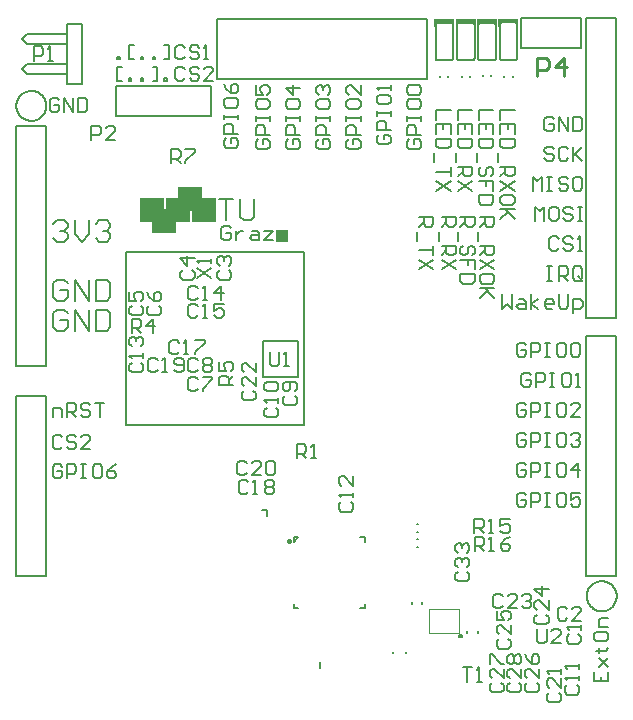
<source format=gbr>
%FSTAX23Y23*%
%MOMM*%
%SFA1B1*%

%IPPOS*%
%ADD10C,0.253999*%
%ADD40C,0.150000*%
%ADD113C,0.203200*%
%ADD114C,0.200000*%
%ADD115C,0.100000*%
%ADD116R,0.165100X0.584199*%
%ADD117R,1.701797X0.457199*%
%ADD118R,0.185400X0.650199*%
%ADD119R,1.999996X1.999996*%
%ADD120R,0.974998X1.024998*%
G54D10*
X23424Y15999D02*
D01*
X23424Y16006*
X23424Y16013*
X23422Y1602*
X23421Y16027*
X23418Y16034*
X23416Y1604*
X23413Y16046*
X23409Y16052*
X23405Y16058*
X23401Y16064*
X23396Y16069*
X23391Y16074*
X23386Y16078*
X2338Y16082*
X23374Y16086*
X23368Y16089*
X23362Y16092*
X23355Y16095*
X23349Y16097*
X23342Y16098*
X23335Y16099*
X23328Y16099*
X23321*
X23314Y16099*
X23307Y16098*
X233Y16097*
X23294Y16095*
X23287Y16092*
X23281Y16089*
X23274Y16086*
X23269Y16082*
X23263Y16078*
X23258Y16074*
X23253Y16069*
X23248Y16064*
X23244Y16058*
X2324Y16052*
X23236Y16046*
X23233Y1604*
X23231Y16034*
X23228Y16027*
X23227Y1602*
X23225Y16013*
X23225Y16006*
X23224Y15999*
X23225Y15993*
X23225Y15986*
X23227Y15979*
X23228Y15972*
X23231Y15965*
X23233Y15959*
X23236Y15953*
X2324Y15946*
X23244Y15941*
X23248Y15935*
X23253Y1593*
X23258Y15925*
X23263Y15921*
X23269Y15917*
X23274Y15913*
X23281Y1591*
X23287Y15907*
X23294Y15904*
X233Y15902*
X23307Y15901*
X23314Y159*
X23321Y159*
X23328*
X23335Y159*
X23342Y15901*
X23349Y15902*
X23355Y15904*
X23362Y15907*
X23368Y1591*
X23374Y15913*
X2338Y15917*
X23386Y15921*
X23391Y15925*
X23396Y1593*
X23401Y15935*
X23405Y15941*
X23409Y15946*
X23413Y15953*
X23416Y15959*
X23418Y15965*
X23421Y15972*
X23422Y15979*
X23424Y15986*
X23424Y15993*
X23424Y15999*
X44299Y55399D02*
Y56923D01*
X45061*
X45315Y56669*
Y56161*
X45061Y55907*
X44299*
X46585Y55399D02*
Y56923D01*
X45823Y56161*
X46839*
G54D40*
X21099Y32899D02*
X24099D01*
Y29899D02*
Y32899D01*
X21099Y29899D02*
X24099D01*
X21099D02*
Y32899D01*
X21499Y18124D02*
Y18624D01*
X20999D02*
X21499D01*
X09499Y40499D02*
X24599D01*
Y25824D02*
Y40499D01*
X09499Y25824D02*
X24599D01*
X09499Y30174D02*
Y40499D01*
Y25824D02*
Y30174D01*
X08774Y56774D02*
Y56974D01*
X08974*
Y56774*
X08774*
X10174D02*
X09774D01*
Y57974*
X10174*
X10774Y56774D02*
Y56974D01*
X10974*
Y56774*
X10774*
X11773D02*
Y56974D01*
X11973*
Y56774*
X11773*
X12773D02*
X13173D01*
Y57974*
X12773*
X09174Y54974D02*
X08774D01*
Y56174*
X09174*
X09774Y54974D02*
Y55174D01*
X09974*
Y54974*
X09774*
X10774D02*
Y55174D01*
X10974*
Y54974*
X10774*
X11773D02*
X12173D01*
Y56174*
X11773*
X12773Y54974D02*
Y55174D01*
X12973*
Y54974*
X12773*
X14499Y57774D02*
X14299Y57974D01*
X13899*
X13699Y57774*
Y56974*
X13899Y56774*
X14299*
X14499Y56974*
X15699Y57774D02*
X15499Y57974D01*
X15099*
X14899Y57774*
Y57574*
X15099Y57374*
X15499*
X15699Y57174*
Y56974*
X15499Y56774*
X15099*
X14899Y56974*
X16099Y56774D02*
X16499D01*
X16299*
Y57974*
X16099Y57774*
X14499Y55974D02*
X14299Y56174D01*
X13899*
X13699Y55974*
Y55174*
X13899Y54974*
X14299*
X14499Y55174*
X15699Y55974D02*
X15499Y56174D01*
X15099*
X14899Y55974*
Y55774*
X15099Y55574*
X15499*
X15699Y55374*
Y55174*
X15499Y54974*
X15099*
X14899Y55174*
X16898Y54974D02*
X16099D01*
X16898Y55774*
Y55974*
X16698Y56174*
X16299*
X16099Y55974*
X03374Y42857D02*
X03674Y43157D01*
X04274*
X04574Y42857*
Y42557*
X04274Y42257*
X03974*
X04274*
X04574Y41957*
Y41657*
X04274Y41357*
X03674*
X03374Y41657*
X05174Y43157D02*
Y41957D01*
X05774Y41357*
X06373Y41957*
Y43157*
X06973Y42857D02*
X07273Y43157D01*
X07873*
X08173Y42857*
Y42557*
X07873Y42257*
X07573*
X07873*
X08173Y41957*
Y41657*
X07873Y41357*
X07273*
X06973Y41657*
X04574Y37818D02*
X04274Y38118D01*
X03674*
X03374Y37818*
Y36619*
X03674Y36319*
X04274*
X04574Y36619*
Y37218*
X03974*
X05174Y36319D02*
Y38118D01*
X06373Y36319*
Y38118*
X06973D02*
Y36319D01*
X07873*
X08173Y36619*
Y37818*
X07873Y38118*
X06973*
X04574Y35299D02*
X04274Y35599D01*
X03674*
X03374Y35299*
Y34099*
X03674Y33799*
X04274*
X04574Y34099*
Y34699*
X03974*
X05174Y33799D02*
Y35599D01*
X06373Y33799*
Y35599*
X06973D02*
Y33799D01*
X07873*
X08173Y34099*
Y35299*
X07873Y35599*
X06973*
X18Y50099D02*
X178Y49899D01*
Y49499*
X18Y49299*
X188*
X18999Y49499*
Y49899*
X188Y50099*
X184*
Y49699*
X18999Y50499D02*
X178D01*
Y51099*
X18Y51299*
X184*
X186Y51099*
Y50499*
X178Y51699D02*
Y52099D01*
Y51899*
X18999*
Y51699*
Y52099*
X178Y53298D02*
Y52898D01*
X18Y52698*
X188*
X18999Y52898*
Y53298*
X188Y53498*
X18*
X178Y53298*
Y54698D02*
X18Y54298D01*
X184Y53898*
X188*
X18999Y54098*
Y54498*
X188Y54698*
X186*
X184Y54498*
Y53898*
X335Y49999D02*
X333Y49799D01*
Y49399*
X335Y49199*
X343*
X34499Y49399*
Y49799*
X343Y49999*
X339*
Y49599*
X34499Y50399D02*
X333D01*
Y50999*
X335Y51199*
X339*
X341Y50999*
Y50399*
X333Y51599D02*
Y51999D01*
Y51799*
X34499*
Y51599*
Y51999*
X333Y53198D02*
Y52798D01*
X335Y52598*
X343*
X34499Y52798*
Y53198*
X343Y53398*
X335*
X333Y53198*
X335Y53798D02*
X333Y53998D01*
Y54398*
X335Y54598*
X343*
X34499Y54398*
Y53998*
X343Y53798*
X335*
X3094Y50399D02*
X3074Y50199D01*
Y49799*
X3094Y49599*
X3174*
X31939Y49799*
Y50199*
X3174Y50399*
X3134*
Y49999*
X31939Y50799D02*
X3074D01*
Y51399*
X3094Y51599*
X3134*
X3154Y51399*
Y50799*
X3074Y51999D02*
Y52398D01*
Y52198*
X31939*
Y51999*
Y52398*
X3074Y53598D02*
Y53198D01*
X3094Y52998*
X3174*
X31939Y53198*
Y53598*
X3174Y53798*
X3094*
X3074Y53598*
X31939Y54198D02*
Y54598D01*
Y54398*
X3074*
X3094Y54198*
X2838Y49999D02*
X2818Y49799D01*
Y49399*
X2838Y49199*
X2918*
X29379Y49399*
Y49799*
X2918Y49999*
X2878*
Y49599*
X29379Y50399D02*
X2818D01*
Y50999*
X2838Y51199*
X2878*
X2898Y50999*
Y50399*
X2818Y51599D02*
Y51999D01*
Y51799*
X29379*
Y51599*
Y51999*
X2818Y53198D02*
Y52798D01*
X2838Y52598*
X2918*
X29379Y52798*
Y53198*
X2918Y53398*
X2838*
X2818Y53198*
X29379Y54598D02*
Y53798D01*
X2858Y54598*
X2838*
X2818Y54398*
Y53998*
X2838Y53798*
X2582Y49999D02*
X2562Y49799D01*
Y49399*
X2582Y49199*
X2662*
X26819Y49399*
Y49799*
X2662Y49999*
X2622*
Y49599*
X26819Y50399D02*
X2562D01*
Y50999*
X2582Y51199*
X2622*
X2642Y50999*
Y50399*
X2562Y51599D02*
Y51999D01*
Y51799*
X26819*
Y51599*
Y51999*
X2562Y53198D02*
Y52798D01*
X2582Y52598*
X2662*
X26819Y52798*
Y53198*
X2662Y53398*
X2582*
X2562Y53198*
X2582Y53798D02*
X2562Y53998D01*
Y54398*
X2582Y54598*
X2602*
X2622Y54398*
Y54198*
Y54398*
X2642Y54598*
X2662*
X26819Y54398*
Y53998*
X2662Y53798*
X2326Y49999D02*
X2306Y49799D01*
Y49399*
X2326Y49199*
X2406*
X24259Y49399*
Y49799*
X2406Y49999*
X2366*
Y49599*
X24259Y50399D02*
X2306D01*
Y50999*
X2326Y51199*
X2366*
X2386Y50999*
Y50399*
X2306Y51599D02*
Y51999D01*
Y51799*
X24259*
Y51599*
Y51999*
X2306Y53198D02*
Y52798D01*
X2326Y52598*
X2406*
X24259Y52798*
Y53198*
X2406Y53398*
X2326*
X2306Y53198*
X24259Y54398D02*
X2306D01*
X2366Y53798*
Y54598*
X207Y49999D02*
X205Y49799D01*
Y49399*
X207Y49199*
X215*
X21699Y49399*
Y49799*
X215Y49999*
X211*
Y49599*
X21699Y50399D02*
X205D01*
Y50999*
X207Y51199*
X211*
X213Y50999*
Y50399*
X205Y51599D02*
Y51999D01*
Y51799*
X21699*
Y51599*
Y51999*
X205Y53198D02*
Y52798D01*
X207Y52598*
X215*
X21699Y52798*
Y53198*
X215Y53398*
X207*
X205Y53198*
Y54598D02*
Y53798D01*
X211*
X209Y54198*
Y54398*
X211Y54598*
X215*
X21699Y54398*
Y53998*
X215Y53798*
X21699Y31999D02*
Y30999D01*
X21899Y30799*
X22299*
X22499Y30999*
Y31999*
X22899Y30799D02*
X23299D01*
X23099*
Y31999*
X22899Y31799*
X43399Y19899D02*
X43199Y20099D01*
X42799*
X42599Y19899*
Y19099*
X42799Y18899*
X43199*
X43399Y19099*
Y19499*
X42999*
X43799Y18899D02*
Y20099D01*
X44399*
X44599Y19899*
Y19499*
X44399Y19299*
X43799*
X44999Y20099D02*
X45399D01*
X45199*
Y18899*
X44999*
X45399*
X46598Y20099D02*
X46198D01*
X45998Y19899*
Y19099*
X46198Y18899*
X46598*
X46798Y19099*
Y19899*
X46598Y20099*
X47998D02*
X47198D01*
Y19499*
X47598Y19699*
X47798*
X47998Y19499*
Y19099*
X47798Y18899*
X47398*
X47198Y19099*
X43399Y22439D02*
X43199Y22639D01*
X42799*
X42599Y22439*
Y21639*
X42799Y21439*
X43199*
X43399Y21639*
Y22039*
X42999*
X43799Y21439D02*
Y22639D01*
X44399*
X44599Y22439*
Y22039*
X44399Y21839*
X43799*
X44999Y22639D02*
X45399D01*
X45199*
Y21439*
X44999*
X45399*
X46598Y22639D02*
X46198D01*
X45998Y22439*
Y21639*
X46198Y21439*
X46598*
X46798Y21639*
Y22439*
X46598Y22639*
X47798Y21439D02*
Y22639D01*
X47198Y22039*
X47998*
X43399Y24979D02*
X43199Y25179D01*
X42799*
X42599Y24979*
Y24179*
X42799Y23979*
X43199*
X43399Y24179*
Y24579*
X42999*
X43799Y23979D02*
Y25179D01*
X44399*
X44599Y24979*
Y24579*
X44399Y24379*
X43799*
X44999Y25179D02*
X45399D01*
X45199*
Y23979*
X44999*
X45399*
X46598Y25179D02*
X46198D01*
X45998Y24979*
Y24179*
X46198Y23979*
X46598*
X46798Y24179*
Y24979*
X46598Y25179*
X47198Y24979D02*
X47398Y25179D01*
X47798*
X47998Y24979*
Y24779*
X47798Y24579*
X47598*
X47798*
X47998Y24379*
Y24179*
X47798Y23979*
X47398*
X47198Y24179*
X43399Y27519D02*
X43199Y27719D01*
X42799*
X42599Y27519*
Y26719*
X42799Y26519*
X43199*
X43399Y26719*
Y27119*
X42999*
X43799Y26519D02*
Y27719D01*
X44399*
X44599Y27519*
Y27119*
X44399Y26919*
X43799*
X44999Y27719D02*
X45399D01*
X45199*
Y26519*
X44999*
X45399*
X46598Y27719D02*
X46198D01*
X45998Y27519*
Y26719*
X46198Y26519*
X46598*
X46798Y26719*
Y27519*
X46598Y27719*
X47998Y26519D02*
X47198D01*
X47998Y27319*
Y27519*
X47798Y27719*
X47398*
X47198Y27519*
X43799Y30059D02*
X43599Y30259D01*
X43199*
X42999Y30059*
Y29259*
X43199Y29059*
X43599*
X43799Y29259*
Y29659*
X43399*
X44199Y29059D02*
Y30259D01*
X44799*
X44999Y30059*
Y29659*
X44799Y29459*
X44199*
X45399Y30259D02*
X45798D01*
X45598*
Y29059*
X45399*
X45798*
X46998Y30259D02*
X46598D01*
X46398Y30059*
Y29259*
X46598Y29059*
X46998*
X47198Y29259*
Y30059*
X46998Y30259*
X47598Y29059D02*
X47998D01*
X47798*
Y30259*
X47598Y30059*
X43399Y32599D02*
X43199Y32799D01*
X42799*
X42599Y32599*
Y31799*
X42799Y31599*
X43199*
X43399Y31799*
Y32199*
X42999*
X43799Y31599D02*
Y32799D01*
X44399*
X44599Y32599*
Y32199*
X44399Y31999*
X43799*
X44999Y32799D02*
X45399D01*
X45199*
Y31599*
X44999*
X45399*
X46598Y32799D02*
X46198D01*
X45998Y32599*
Y31799*
X46198Y31599*
X46598*
X46798Y31799*
Y32599*
X46598Y32799*
X47198Y32599D02*
X47398Y32799D01*
X47798*
X47998Y32599*
Y31799*
X47798Y31599*
X47398*
X47198Y31799*
Y32599*
X39049Y15174D02*
Y16374D01*
X39649*
X39849Y16174*
Y15774*
X39649Y15574*
X39049*
X39449D02*
X39849Y15174D01*
X40249D02*
X40649D01*
X40449*
Y16374*
X40249Y16174*
X42048Y16374D02*
X41649Y16174D01*
X41249Y15774*
Y15374*
X41449Y15174*
X41849*
X42048Y15374*
Y15574*
X41849Y15774*
X41249*
X39024Y16674D02*
Y17874D01*
X39624*
X39824Y17674*
Y17274*
X39624Y17074*
X39024*
X39424D02*
X39824Y16674D01*
X40224D02*
X40624D01*
X40424*
Y17874*
X40224Y17674*
X42023Y17874D02*
X41224D01*
Y17274*
X41624Y17474*
X41824*
X42023Y17274*
Y16874*
X41824Y16674*
X41424*
X41224Y16874*
X376Y13399D02*
X374Y13199D01*
Y12799*
X376Y12599*
X384*
X38599Y12799*
Y13199*
X384Y13399*
X376Y13799D02*
X374Y13999D01*
Y14399*
X376Y14599*
X378*
X38Y14399*
Y14199*
Y14399*
X382Y14599*
X384*
X38599Y14399*
Y13999*
X384Y13799*
X376Y14999D02*
X374Y15199D01*
Y15598*
X376Y15798*
X378*
X38Y15598*
Y15399*
Y15598*
X382Y15798*
X384*
X38599Y15598*
Y15199*
X384Y14999*
X34324Y43399D02*
X35524D01*
Y428*
X35324Y426*
X34924*
X34724Y428*
Y43399*
Y43D02*
X34324Y426D01*
X34125Y422D02*
Y414D01*
X35524Y41D02*
Y402D01*
Y406*
X34324*
X35524Y39801D02*
X34324Y39001D01*
X35524D02*
X34324Y39801D01*
X37841Y43399D02*
X39041D01*
Y428*
X38841Y426*
X38441*
X38241Y428*
Y43399*
Y43D02*
X37841Y426D01*
X37641Y422D02*
Y414D01*
X38841Y402D02*
X39041Y404D01*
Y408*
X38841Y41*
X38641*
X38441Y408*
Y404*
X38241Y402*
X38041*
X37841Y404*
Y408*
X38041Y41*
X39041Y39001D02*
Y39801D01*
X38441*
Y39401*
Y39801*
X37841*
X39041Y38601D02*
X37841D01*
Y38001*
X38041Y37801*
X38841*
X39041Y38001*
Y38601*
X36233Y43399D02*
X37432D01*
Y428*
X37232Y426*
X36833*
X36633Y428*
Y43399*
Y43D02*
X36233Y426D01*
X36033Y422D02*
Y414D01*
X36233Y41D02*
X37432D01*
Y404*
X37232Y402*
X36833*
X36633Y404*
Y41*
Y406D02*
X36233Y402D01*
X37432Y39801D02*
X36233Y39001D01*
X37432D02*
X36233Y39801D01*
X39499Y43399D02*
X40699D01*
Y428*
X40499Y426*
X40099*
X39899Y428*
Y43399*
Y43D02*
X39499Y426D01*
X393Y422D02*
Y414D01*
X39499Y41D02*
X40699D01*
Y404*
X40499Y402*
X40099*
X39899Y404*
Y41*
Y406D02*
X39499Y402D01*
X40699Y39801D02*
X39499Y39001D01*
X40699D02*
X39499Y39801D01*
X40699Y38001D02*
Y38401D01*
X40499Y38601*
X39699*
X39499Y38401*
Y38001*
X39699Y37801*
X40499*
X40699Y38001*
Y37401D02*
X39499D01*
X39899*
X40699Y36602*
X40099Y37201*
X39499Y36602*
X155Y38299D02*
X16699Y39099D01*
X155D02*
X16699Y38299D01*
Y39499D02*
Y39899D01*
Y39699*
X155*
X157Y39499*
X44324Y08549D02*
Y07549D01*
X44524Y07349*
X44924*
X45124Y07549*
Y08549*
X46324Y07349D02*
X45524D01*
X46324Y08149*
Y08349*
X46124Y08549*
X45724*
X45524Y08349*
X03849Y53324D02*
X03649Y53524D01*
X03249*
X03049Y53324*
Y52524*
X03249Y52324*
X03649*
X03849Y52524*
Y52924*
X03449*
X04249Y52324D02*
Y53524D01*
X05049Y52324*
Y53524*
X05449D02*
Y52324D01*
X06048*
X06248Y52524*
Y53324*
X06048Y53524*
X05449*
X4915Y04924D02*
Y04124D01*
X50349*
Y04924*
X4975Y04124D02*
Y04524D01*
X4955Y05324D02*
X50349Y06124D01*
X4995Y05724*
X4955Y06124*
X50349Y05324*
X4935Y06724D02*
X4955D01*
Y06524*
Y06924*
Y06724*
X5015*
X50349Y06924*
X4915Y08123D02*
Y07723D01*
X4935Y07523*
X5015*
X50349Y07723*
Y08123*
X5015Y08323*
X4935*
X4915Y08123*
X50349Y08723D02*
X4955D01*
Y09323*
X4975Y09523*
X50349*
X38024Y05299D02*
X38824D01*
X38424*
Y04099*
X39224D02*
X39624D01*
X39424*
Y05299*
X39224Y05099*
X18599Y29199D02*
X174D01*
Y29799*
X176Y29999*
X18*
X182Y29799*
Y29199*
Y29599D02*
X18599Y29999D01*
X174Y31199D02*
Y30399D01*
X18*
X178Y30799*
Y30999*
X18Y31199*
X184*
X18599Y30999*
Y30599*
X184Y30399*
X09999Y33599D02*
Y34799D01*
X10599*
X10799Y34599*
Y34199*
X10599Y33999*
X09999*
X10399D02*
X10799Y33599D01*
X11799D02*
Y34799D01*
X11199Y34199*
X11999*
X23999Y22999D02*
Y24199D01*
X24599*
X24799Y23999*
Y23599*
X24599Y23399*
X23999*
X24399D02*
X24799Y22999D01*
X25199D02*
X25599D01*
X25399*
Y24199*
X25199Y23999*
X06599Y49949D02*
Y51149D01*
X07199*
X07399Y50949*
Y50549*
X07199Y50349*
X06599*
X08599Y49949D02*
X07799D01*
X08599Y50749*
Y50949*
X08399Y51149*
X07999*
X07799Y50949*
X01724Y56674D02*
Y57874D01*
X02324*
X02524Y57674*
Y57274*
X02324Y57074*
X01724*
X02924Y56674D02*
X03324D01*
X03124*
Y57874*
X02924Y57674*
X36999Y52474D02*
X35799D01*
Y51675*
X36999Y50475D02*
Y51275D01*
X35799*
Y50475*
X36399Y51275D02*
Y50875D01*
X36999Y50075D02*
X35799D01*
Y49475*
X35999Y49276*
X36799*
X36999Y49475*
Y50075*
X35599Y48876D02*
Y48076D01*
X36999Y47676D02*
Y46876D01*
Y47276*
X35799*
X36999Y46476D02*
X35799Y45677D01*
X36999D02*
X35799Y46476D01*
X40616Y52474D02*
X39416D01*
Y51675*
X40616Y50475D02*
Y51275D01*
X39416*
Y50475*
X40016Y51275D02*
Y50875D01*
X40616Y50075D02*
X39416D01*
Y49475*
X39616Y49276*
X40416*
X40616Y49475*
Y50075*
X39216Y48876D02*
Y48076D01*
X40416Y46876D02*
X40616Y47076D01*
Y47476*
X40416Y47676*
X40216*
X40016Y47476*
Y47076*
X39816Y46876*
X39616*
X39416Y47076*
Y47476*
X39616Y47676*
X40616Y45677D02*
Y46476D01*
X40016*
Y46076*
Y46476*
X39416*
X40616Y45277D02*
X39416D01*
Y44677*
X39616Y44477*
X40416*
X40616Y44677*
Y45277*
X38832Y52474D02*
X37633D01*
Y51675*
X38832Y50475D02*
Y51275D01*
X37633*
Y50475*
X38233Y51275D02*
Y50875D01*
X38832Y50075D02*
X37633D01*
Y49475*
X37833Y49276*
X38632*
X38832Y49475*
Y50075*
X37433Y48876D02*
Y48076D01*
X37633Y47676D02*
X38832D01*
Y47076*
X38632Y46876*
X38233*
X38033Y47076*
Y47676*
Y47276D02*
X37633Y46876D01*
X38832Y46476D02*
X37633Y45677D01*
X38832D02*
X37633Y46476D01*
X42424Y52474D02*
X41225D01*
Y51675*
X42424Y50475D02*
Y51275D01*
X41225*
Y50475*
X41824Y51275D02*
Y50875D01*
X42424Y50075D02*
X41225D01*
Y49475*
X41424Y49276*
X42224*
X42424Y49475*
Y50075*
X41025Y48876D02*
Y48076D01*
X41225Y47676D02*
X42424D01*
Y47076*
X42224Y46876*
X41824*
X41624Y47076*
Y47676*
Y47276D02*
X41225Y46876D01*
X42424Y46476D02*
X41225Y45677D01*
X42424D02*
X41225Y46476D01*
X42424Y44677D02*
Y45077D01*
X42224Y45277*
X41424*
X41225Y45077*
Y44677*
X41424Y44477*
X42224*
X42424Y44677*
Y44077D02*
X41225D01*
X41624*
X42424Y43277*
X41824Y43877*
X41225Y43277*
X42Y03999D02*
X418Y03799D01*
Y03399*
X42Y03199*
X428*
X42999Y03399*
Y03799*
X428Y03999*
X42999Y05199D02*
Y04399D01*
X422Y05199*
X42*
X418Y04999*
Y04599*
X42Y04399*
Y05599D02*
X418Y05799D01*
Y06198*
X42Y06398*
X422*
X424Y06198*
X426Y06398*
X428*
X42999Y06198*
Y05799*
X428Y05599*
X426*
X424Y05799*
X422Y05599*
X42*
X424Y05799D02*
Y06198D01*
X405Y03999D02*
X403Y03799D01*
Y03399*
X405Y03199*
X413*
X41499Y03399*
Y03799*
X413Y03999*
X41499Y05199D02*
Y04399D01*
X407Y05199*
X405*
X403Y04999*
Y04599*
X405Y04399*
X403Y05599D02*
Y06398D01*
X405*
X413Y05599*
X41499*
X435Y03999D02*
X433Y03799D01*
Y03399*
X435Y03199*
X443*
X44499Y03399*
Y03799*
X443Y03999*
X44499Y05199D02*
Y04399D01*
X437Y05199*
X435*
X433Y04999*
Y04599*
X435Y04399*
X433Y06398D02*
X435Y05999D01*
X439Y05599*
X443*
X44499Y05799*
Y06198*
X443Y06398*
X441*
X439Y06198*
Y05599*
X411Y07699D02*
X409Y07499D01*
Y07099*
X411Y06899*
X419*
X42099Y07099*
Y07499*
X419Y07699*
X42099Y08899D02*
Y08099D01*
X413Y08899*
X411*
X409Y08699*
Y08299*
X411Y08099*
X409Y10098D02*
Y09299D01*
X415*
X413Y09699*
Y09898*
X415Y10098*
X419*
X42099Y09898*
Y09499*
X419Y09299*
X443Y09774D02*
X441Y09574D01*
Y09174*
X443Y08974*
X451*
X45299Y09174*
Y09574*
X451Y09774*
X45299Y10974D02*
Y10174D01*
X445Y10974*
X443*
X441Y10774*
Y10374*
X443Y10174*
X45299Y11973D02*
X441D01*
X447Y11374*
Y12173*
X41424Y11324D02*
X41224Y11524D01*
X40824*
X40624Y11324*
Y10524*
X40824Y10324*
X41224*
X41424Y10524*
X42624Y10324D02*
X41824D01*
X42624Y11124*
Y11324*
X42424Y11524*
X42024*
X41824Y11324*
X43024D02*
X43224Y11524D01*
X43623*
X43823Y11324*
Y11124*
X43623Y10924*
X43424*
X43623*
X43823Y10724*
Y10524*
X43623Y10324*
X43224*
X43024Y10524*
X195Y28699D02*
X193Y28499D01*
Y28099*
X195Y27899*
X203*
X20499Y28099*
Y28499*
X203Y28699*
X20499Y29899D02*
Y29099D01*
X197Y29899*
X195*
X193Y29699*
Y29299*
X195Y29099*
X20499Y31098D02*
Y30299D01*
X197Y31098*
X195*
X193Y30898*
Y30499*
X195Y30299*
X4535Y03174D02*
X4515Y02974D01*
Y02574*
X4535Y02374*
X4615*
X46349Y02574*
Y02974*
X4615Y03174*
X46349Y04374D02*
Y03574D01*
X4555Y04374*
X4535*
X4515Y04174*
Y03774*
X4535Y03574*
X46349Y04774D02*
Y05174D01*
Y04974*
X4515*
X4535Y04774*
X19749Y22574D02*
X19549Y22774D01*
X19149*
X18949Y22574*
Y21774*
X19149Y21574*
X19549*
X19749Y21774*
X20949Y21574D02*
X20149D01*
X20949Y22374*
Y22574*
X20749Y22774*
X20349*
X20149Y22574*
X21349D02*
X21549Y22774D01*
X21948*
X22148Y22574*
Y21774*
X21948Y21574*
X21549*
X21349Y21774*
Y22574*
X12199Y31299D02*
X11999Y31499D01*
X11599*
X11399Y31299*
Y30499*
X11599Y30299*
X11999*
X12199Y30499*
X12599Y30299D02*
X12999D01*
X12799*
Y31499*
X12599Y31299*
X13599Y30499D02*
X13799Y30299D01*
X14199*
X14398Y30499*
Y31299*
X14199Y31499*
X13799*
X13599Y31299*
Y31099*
X13799Y30899*
X14398*
X19849Y20974D02*
X19649Y21174D01*
X19249*
X1905Y20974*
Y20174*
X19249Y19974*
X19649*
X19849Y20174*
X20249Y19974D02*
X20649D01*
X20449*
Y21174*
X20249Y20974*
X21249D02*
X21449Y21174D01*
X21849*
X22048Y20974*
Y20774*
X21849Y20574*
X22048Y20374*
Y20174*
X21849Y19974*
X21449*
X21249Y20174*
Y20374*
X21449Y20574*
X21249Y20774*
Y20974*
X21449Y20574D02*
X21849D01*
X13999Y32799D02*
X13799Y32999D01*
X13399*
X13199Y32799*
Y31999*
X13399Y31799*
X13799*
X13999Y31999*
X14399Y31799D02*
X14799D01*
X14599*
Y32999*
X14399Y32799*
X15399Y32999D02*
X16198D01*
Y32799*
X15399Y31999*
Y31799*
X15599Y35899D02*
X15399Y36099D01*
X14999*
X14799Y35899*
Y35099*
X14999Y34899*
X15399*
X15599Y35099*
X15999Y34899D02*
X16399D01*
X16199*
Y36099*
X15999Y35899*
X17798Y36099D02*
X16999D01*
Y35499*
X17399Y35699*
X17599*
X17798Y35499*
Y35099*
X17599Y34899*
X17199*
X16999Y35099*
X15599Y37399D02*
X15399Y37599D01*
X14999*
X14799Y37399*
Y36599*
X14999Y36399*
X15399*
X15599Y36599*
X15999Y36399D02*
X16399D01*
X16199*
Y37599*
X15999Y37399*
X17599Y36399D02*
Y37599D01*
X16999Y36999*
X17798*
X1Y31099D02*
X098Y30899D01*
Y30499*
X1Y30299*
X108*
X10999Y30499*
Y30899*
X108Y31099*
X10999Y31499D02*
Y31899D01*
Y31699*
X098*
X1Y31499*
Y32499D02*
X098Y32699D01*
Y33099*
X1Y33298*
X102*
X104Y33099*
Y32899*
Y33099*
X106Y33298*
X108*
X10999Y33099*
Y32699*
X108Y32499*
X2775Y19299D02*
X2755Y19099D01*
Y18699*
X2775Y18499*
X2855*
X28749Y18699*
Y19099*
X2855Y19299*
X28749Y19699D02*
Y20099D01*
Y19899*
X2755*
X2775Y19699*
X28749Y21498D02*
Y20699D01*
X2795Y21498*
X2775*
X2755Y21299*
Y20899*
X2775Y20699*
X469Y03799D02*
X467Y03599D01*
Y03199*
X469Y02999*
X477*
X47899Y03199*
Y03599*
X477Y03799*
X47899Y04199D02*
Y04599D01*
Y04399*
X467*
X469Y04199*
X47899Y05199D02*
Y05599D01*
Y05399*
X467*
X469Y05199*
X21425Y27299D02*
X21225Y27099D01*
Y26699*
X21425Y26499*
X22225*
X22424Y26699*
Y27099*
X22225Y27299*
X22424Y27699D02*
Y28099D01*
Y27899*
X21225*
X21425Y27699*
Y28699D02*
X21225Y28899D01*
Y29299*
X21425Y29498*
X22225*
X22424Y29299*
Y28899*
X22225Y28699*
X21425*
X23Y28299D02*
X228Y28099D01*
Y27699*
X23Y27499*
X238*
X23999Y27699*
Y28099*
X238Y28299*
Y28699D02*
X23999Y28899D01*
Y29299*
X238Y29498*
X23*
X228Y29299*
Y28899*
X23Y28699*
X232*
X234Y28899*
Y29498*
X15599Y31299D02*
X15399Y31499D01*
X14999*
X14799Y31299*
Y30499*
X14999Y30299*
X15399*
X15599Y30499*
X15999Y31299D02*
X16199Y31499D01*
X16599*
X16799Y31299*
Y31099*
X16599Y30899*
X16799Y30699*
Y30499*
X16599Y30299*
X16199*
X15999Y30499*
Y30699*
X16199Y30899*
X15999Y31099*
Y31299*
X16199Y30899D02*
X16599D01*
X15599Y29699D02*
X15399Y29899D01*
X14999*
X14799Y29699*
Y28899*
X14999Y28699*
X15399*
X15599Y28899*
X15999Y29899D02*
X16799D01*
Y29699*
X15999Y28899*
Y28699*
X115Y35899D02*
X113Y35699D01*
Y35299*
X115Y35099*
X123*
X12499Y35299*
Y35699*
X123Y35899*
X113Y37099D02*
X115Y36699D01*
X119Y36299*
X123*
X12499Y36499*
Y36899*
X123Y37099*
X121*
X119Y36899*
Y36299*
X1Y35899D02*
X098Y35699D01*
Y35299*
X1Y35099*
X108*
X10999Y35299*
Y35699*
X108Y35899*
X098Y37099D02*
Y36299D01*
X104*
X102Y36699*
Y36899*
X104Y37099*
X108*
X10999Y36899*
Y36499*
X108Y36299*
X14325Y38924D02*
X14125Y38724D01*
Y38324*
X14325Y38124*
X15125*
X15324Y38324*
Y38724*
X15125Y38924*
X15324Y39924D02*
X14125D01*
X14725Y39324*
Y40124*
X1745Y38924D02*
X1725Y38724D01*
Y38324*
X1745Y38124*
X1825*
X18449Y38324*
Y38724*
X1825Y38924*
X1745Y39324D02*
X1725Y39524D01*
Y39924*
X1745Y40124*
X1765*
X1785Y39924*
Y39724*
Y39924*
X1805Y40124*
X1825*
X18449Y39924*
Y39524*
X1825Y39324*
X46874Y10249D02*
X46674Y10449D01*
X46274*
X46074Y10249*
Y09449*
X46274Y09249*
X46674*
X46874Y09449*
X48074Y09249D02*
X47274D01*
X48074Y10049*
Y10249*
X47874Y10449*
X47474*
X47274Y10249*
X47025Y08099D02*
X46825Y07899D01*
Y07499*
X47025Y07299*
X47825*
X48024Y07499*
Y07899*
X47825Y08099*
X48024Y08499D02*
Y08899D01*
Y08699*
X46825*
X47025Y08499*
X13349Y47974D02*
Y49174D01*
X13949*
X14149Y48974*
Y48574*
X13949Y48374*
X13349*
X13749D02*
X14149Y47974D01*
X14549Y49174D02*
X15349D01*
Y48974*
X14549Y48174*
Y47974*
X37949Y08074D02*
Y07875D01*
X3775*
Y08074*
X37949*
X17399Y44949D02*
X18599D01*
X17999*
Y43149*
X19199Y44949D02*
Y43449D01*
X19499Y43149*
X20099*
X20398Y43449*
Y44949*
X18399Y42474D02*
X18199Y42674D01*
X17799*
X17599Y42474*
Y41674*
X17799Y41474*
X18199*
X18399Y41674*
Y42074*
X17999*
X18799Y42274D02*
Y41474D01*
Y41874*
X18999Y42074*
X19199Y42274*
X19399*
X20199D02*
X20598D01*
X20798Y42074*
Y41474*
X20199*
X19999Y41674*
X20199Y41874*
X20798*
X21198Y42274D02*
X21998D01*
X21198Y41474*
X21998*
X03299Y26499D02*
Y27299D01*
X03899*
X04099Y27099*
Y26499*
X04499D02*
Y27699D01*
X05099*
X05299Y27499*
Y27099*
X05099Y26899*
X04499*
X04899D02*
X05299Y26499D01*
X06498Y27499D02*
X06298Y27699D01*
X05899*
X05699Y27499*
Y27299*
X05899Y27099*
X06298*
X06498Y26899*
Y26699*
X06298Y26499*
X05899*
X05699Y26699*
X06898Y27699D02*
X07698D01*
X07298*
Y26499*
X04099Y24774D02*
X03899Y24974D01*
X03499*
X03299Y24774*
Y23974*
X03499Y23774*
X03899*
X04099Y23974*
X05299Y24774D02*
X05099Y24974D01*
X04699*
X04499Y24774*
Y24574*
X04699Y24374*
X05099*
X05299Y24174*
Y23974*
X05099Y23774*
X04699*
X04499Y23974*
X06498Y23774D02*
X05699D01*
X06498Y24574*
Y24774*
X06298Y24974*
X05899*
X05699Y24774*
X04099Y22299D02*
X03899Y22499D01*
X03499*
X03299Y22299*
Y21499*
X03499Y21299*
X03899*
X04099Y21499*
Y21899*
X03699*
X04499Y21299D02*
Y22499D01*
X05099*
X05299Y22299*
Y21899*
X05099Y21699*
X04499*
X05699Y22499D02*
X06099D01*
X05899*
Y21299*
X05699*
X06099*
X07298Y22499D02*
X06898D01*
X06698Y22299*
Y21499*
X06898Y21299*
X07298*
X07498Y21499*
Y22299*
X07298Y22499*
X08698D02*
X08298Y22299D01*
X07898Y21899*
Y21499*
X08098Y21299*
X08498*
X08698Y21499*
Y21699*
X08498Y21899*
X07898*
X45749Y51724D02*
X45549Y51924D01*
X45149*
X44949Y51724*
Y50924*
X45149Y50724*
X45549*
X45749Y50924*
Y51324*
X45349*
X46149Y50724D02*
Y51924D01*
X46949Y50724*
Y51924*
X47348D02*
Y50724D01*
X47948*
X48148Y50924*
Y51724*
X47948Y51924*
X47348*
X45749Y49189D02*
X45549Y49389D01*
X45149*
X44949Y49189*
Y48989*
X45149Y48789*
X45549*
X45749Y48589*
Y48389*
X45549Y48189*
X45149*
X44949Y48389*
X46949Y49189D02*
X46749Y49389D01*
X46349*
X46149Y49189*
Y48389*
X46349Y48189*
X46749*
X46949Y48389*
X47348Y49389D02*
Y48189D01*
Y48589*
X48148Y49389*
X47548Y48789*
X48148Y48189*
X4395Y45654D02*
Y46854D01*
X44349Y46454*
X44749Y46854*
Y45654*
X45149Y46854D02*
X45549D01*
X45349*
Y45654*
X45149*
X45549*
X46949Y46654D02*
X46749Y46854D01*
X46349*
X46149Y46654*
Y46454*
X46349Y46254*
X46749*
X46949Y46054*
Y45854*
X46749Y45654*
X46349*
X46149Y45854*
X47948Y46854D02*
X47548D01*
X47348Y46654*
Y45854*
X47548Y45654*
X47948*
X48148Y45854*
Y46654*
X47948Y46854*
X44149Y43119D02*
Y44319D01*
X44549Y43919*
X44949Y44319*
Y43119*
X45949Y44319D02*
X45549D01*
X45349Y44119*
Y43319*
X45549Y43119*
X45949*
X46149Y43319*
Y44119*
X45949Y44319*
X47348Y44119D02*
X47148Y44319D01*
X46749*
X46549Y44119*
Y43919*
X46749Y43719*
X47148*
X47348Y43519*
Y43319*
X47148Y43119*
X46749*
X46549Y43319*
X47748Y44319D02*
X48148D01*
X47948*
Y43119*
X47748*
X48148*
X46149Y41584D02*
X45949Y41784D01*
X45549*
X45349Y41584*
Y40784*
X45549Y40584*
X45949*
X46149Y40784*
X47348Y41584D02*
X47148Y41784D01*
X46749*
X46549Y41584*
Y41384*
X46749Y41184*
X47148*
X47348Y40984*
Y40784*
X47148Y40584*
X46749*
X46549Y40784*
X47748Y40584D02*
X48148D01*
X47948*
Y41784*
X47748Y41584*
X45149Y39249D02*
X45549D01*
X45349*
Y38049*
X45149*
X45549*
X46149D02*
Y39249D01*
X46749*
X46949Y39049*
Y38649*
X46749Y38449*
X46149*
X46549D02*
X46949Y38049D01*
X48148Y38249D02*
Y39049D01*
X47948Y39249*
X47548*
X47348Y39049*
Y38249*
X47548Y38049*
X47948*
X47748Y38449D02*
X48148Y38049D01*
X47948D02*
X48148Y38249D01*
X41374Y36874D02*
Y35674D01*
X41774Y36074*
X42174Y35674*
Y36874*
X42774Y36474D02*
X43174D01*
X43374Y36274*
Y35674*
X42774*
X42574Y35874*
X42774Y36074*
X43374*
X43774Y35674D02*
Y36874D01*
Y36074D02*
X44373Y36474D01*
X43774Y36074D02*
X44373Y35674D01*
X45573D02*
X45173D01*
X44973Y35874*
Y36274*
X45173Y36474*
X45573*
X45773Y36274*
Y36074*
X44973*
X46173Y36874D02*
Y35874D01*
X46373Y35674*
X46773*
X46973Y35874*
Y36874*
X47373Y35275D02*
Y36474D01*
X47972*
X48172Y36274*
Y35874*
X47972Y35674*
X47373*
G54D113*
X37749Y59901D02*
D01*
X37734Y59901*
X37719Y59899*
X37705Y59896*
X3769Y59893*
X37676Y59888*
X37662Y59883*
X37648Y59876*
X37635Y59868*
X37623Y5986*
X37611Y59851*
X376Y59841*
X37589Y5983*
X37579Y59818*
X3757Y59806*
X37563Y59793*
X37555Y5978*
X37549Y59766*
X37544Y59752*
X3754Y59738*
X37537Y59723*
X37535Y59708*
X37534Y59693*
X37534Y59685*
X39032D02*
D01*
X39032Y597*
X3903Y59715*
X39027Y5973*
X39024Y59745*
X39019Y59759*
X39014Y59773*
X39007Y59787*
X38999Y598*
X38991Y59812*
X38982Y59824*
X38972Y59835*
X38961Y59846*
X38949Y59855*
X38937Y59864*
X38924Y59872*
X38911Y59879*
X38897Y59885*
X38883Y59891*
X38869Y59895*
X38854Y59898*
X38839Y599*
X38824Y59901*
X38816Y59901*
X37534Y56914D02*
D01*
X37534Y56899*
X37536Y56884*
X37538Y56869*
X37542Y56854*
X37547Y5684*
X37552Y56826*
X37559Y56812*
X37566Y56799*
X37575Y56787*
X37584Y56775*
X37594Y56764*
X37605Y56753*
X37617Y56744*
X37629Y56735*
X37642Y56727*
X37655Y5672*
X37669Y56714*
X37683Y56708*
X37697Y56704*
X37712Y56701*
X37727Y56699*
X37742Y56698*
X37749Y56698*
X38816D02*
D01*
X38831Y56698*
X38846Y567*
X38861Y56703*
X38876Y56706*
X3889Y56711*
X38904Y56716*
X38918Y56723*
X38931Y56731*
X38943Y56739*
X38955Y56748*
X38966Y56758*
X38977Y56769*
X38986Y56781*
X38995Y56793*
X39003Y56806*
X3901Y56819*
X39016Y56833*
X39022Y56847*
X39026Y56861*
X39029Y56876*
X39031Y56891*
X39032Y56906*
X39032Y56914*
X35941Y59901D02*
D01*
X35926Y59901*
X35911Y59899*
X35896Y59896*
X35882Y59893*
X35867Y59888*
X35853Y59883*
X3584Y59876*
X35827Y59868*
X35814Y5986*
X35802Y59851*
X35791Y59841*
X35781Y5983*
X35771Y59818*
X35762Y59806*
X35754Y59793*
X35747Y5978*
X35741Y59766*
X35736Y59752*
X35732Y59738*
X35728Y59723*
X35726Y59708*
X35725Y59693*
X35725Y59685*
X37224D02*
D01*
X37223Y597*
X37222Y59715*
X37219Y5973*
X37215Y59745*
X37211Y59759*
X37205Y59773*
X37199Y59787*
X37191Y598*
X37183Y59812*
X37173Y59824*
X37163Y59835*
X37152Y59846*
X37141Y59855*
X37129Y59864*
X37116Y59872*
X37103Y59879*
X37089Y59885*
X37075Y59891*
X3706Y59895*
X37045Y59898*
X3703Y599*
X37015Y59901*
X37008Y59901*
X35725Y56914D02*
D01*
X35726Y56899*
X35727Y56884*
X3573Y56869*
X35734Y56854*
X35738Y5684*
X35744Y56826*
X3575Y56812*
X35758Y56799*
X35766Y56787*
X35776Y56775*
X35786Y56764*
X35797Y56753*
X35808Y56744*
X3582Y56735*
X35833Y56727*
X35846Y5672*
X3586Y56714*
X35874Y56708*
X35889Y56704*
X35904Y56701*
X35919Y56699*
X35934Y56698*
X35941Y56698*
X37008D02*
D01*
X37023Y56698*
X37038Y567*
X37053Y56703*
X37067Y56706*
X37082Y56711*
X37096Y56716*
X37109Y56723*
X37122Y56731*
X37135Y56739*
X37147Y56748*
X37158Y56758*
X37168Y56769*
X37178Y56781*
X37187Y56793*
X37195Y56806*
X37202Y56819*
X37208Y56833*
X37213Y56847*
X37217Y56861*
X37221Y56876*
X37223Y56891*
X37224Y56906*
X37224Y56914*
X39558Y59901D02*
D01*
X39543Y59901*
X39528Y59899*
X39513Y59896*
X39498Y59893*
X39484Y59888*
X3947Y59883*
X39457Y59876*
X39443Y59868*
X39431Y5986*
X39419Y59851*
X39408Y59841*
X39397Y5983*
X39388Y59818*
X39379Y59806*
X39371Y59793*
X39364Y5978*
X39358Y59766*
X39353Y59752*
X39348Y59738*
X39345Y59723*
X39343Y59708*
X39342Y59693*
X39342Y59685*
X40841D02*
D01*
X4084Y597*
X40838Y59715*
X40836Y5973*
X40832Y59745*
X40828Y59759*
X40822Y59773*
X40815Y59787*
X40808Y598*
X40799Y59812*
X4079Y59824*
X4078Y59835*
X40769Y59846*
X40758Y59855*
X40745Y59864*
X40733Y59872*
X40719Y59879*
X40706Y59885*
X40691Y59891*
X40677Y59895*
X40662Y59898*
X40647Y599*
X40632Y59901*
X40625Y59901*
X39342Y56914D02*
D01*
X39343Y56899*
X39344Y56884*
X39347Y56869*
X3935Y56854*
X39355Y5684*
X39361Y56826*
X39367Y56812*
X39375Y56799*
X39383Y56787*
X39392Y56775*
X39403Y56764*
X39413Y56753*
X39425Y56744*
X39437Y56735*
X3945Y56727*
X39463Y5672*
X39477Y56714*
X39491Y56708*
X39506Y56704*
X3952Y56701*
X39535Y56699*
X3955Y56698*
X39558Y56698*
X40625D02*
D01*
X4064Y56698*
X40655Y567*
X4067Y56703*
X40684Y56706*
X40699Y56711*
X40712Y56716*
X40726Y56723*
X40739Y56731*
X40752Y56739*
X40763Y56748*
X40775Y56758*
X40785Y56769*
X40795Y56781*
X40804Y56793*
X40812Y56806*
X40819Y56819*
X40825Y56833*
X4083Y56847*
X40834Y56861*
X40837Y56876*
X40839Y56891*
X4084Y56906*
X40841Y56914*
X41366Y59926D02*
D01*
X41351Y59926*
X41336Y59924*
X41321Y59921*
X41307Y59918*
X41292Y59913*
X41278Y59908*
X41265Y59901*
X41252Y59893*
X41239Y59885*
X41227Y59876*
X41216Y59866*
X41206Y59855*
X41196Y59843*
X41187Y59831*
X41179Y59818*
X41172Y59805*
X41166Y59791*
X41161Y59777*
X41157Y59763*
X41154Y59748*
X41151Y59733*
X4115Y59718*
X4115Y5971*
X42649D02*
D01*
X42648Y59725*
X42647Y5974*
X42644Y59755*
X42641Y5977*
X42636Y59784*
X4263Y59798*
X42624Y59812*
X42616Y59825*
X42608Y59837*
X42598Y59849*
X42588Y5986*
X42577Y59871*
X42566Y5988*
X42554Y59889*
X42541Y59897*
X42528Y59904*
X42514Y5991*
X425Y59916*
X42485Y5992*
X4247Y59923*
X42456Y59925*
X42441Y59926*
X42433Y59926*
X4115Y56939D02*
D01*
X41151Y56924*
X41152Y56909*
X41155Y56894*
X41159Y56879*
X41163Y56865*
X41169Y56851*
X41176Y56837*
X41183Y56824*
X41192Y56812*
X41201Y568*
X41211Y56789*
X41222Y56778*
X41233Y56769*
X41245Y5676*
X41258Y56752*
X41272Y56745*
X41285Y56739*
X41299Y56733*
X41314Y56729*
X41329Y56726*
X41344Y56724*
X41359Y56723*
X41366Y56723*
X42433D02*
D01*
X42448Y56723*
X42463Y56725*
X42478Y56728*
X42493Y56731*
X42507Y56736*
X42521Y56741*
X42534Y56748*
X42547Y56756*
X4256Y56764*
X42572Y56773*
X42583Y56783*
X42593Y56794*
X42603Y56806*
X42612Y56818*
X4262Y56831*
X42627Y56844*
X42633Y56858*
X42638Y56872*
X42642Y56886*
X42646Y56901*
X42648Y56916*
X42649Y56931*
X42649Y56939*
X37749Y59901D02*
X38816D01*
X37749Y56698D02*
X38816D01*
X37534Y56914D02*
Y59685D01*
X39032Y56914D02*
Y59685D01*
X35941Y59901D02*
X37008D01*
X35941Y56698D02*
X37008D01*
X35725Y56914D02*
Y59685D01*
X37224Y56914D02*
Y59685D01*
X39558Y59901D02*
X40625D01*
X39558Y56698D02*
X40625D01*
X39342Y56914D02*
Y59685D01*
X40841Y56914D02*
Y59685D01*
X41366Y59926D02*
X42433D01*
X41366Y56723D02*
X42433D01*
X4115Y56939D02*
Y5971D01*
X42649Y56939D02*
Y5971D01*
G54D114*
X51069Y11324D02*
D01*
X51066Y11413*
X51057Y11501*
X51042Y11589*
X5102Y11675*
X50993Y11759*
X5096Y11841*
X50921Y11921*
X50877Y11997*
X50827Y12071*
X50772Y12141*
X50713Y12207*
X50649Y12268*
X50581Y12325*
X5051Y12377*
X50434Y12424*
X50356Y12466*
X50275Y12502*
X50192Y12532*
X50107Y12557*
X5002Y12575*
X49932Y12588*
X49844Y12594*
X49755*
X49667Y12588*
X49579Y12575*
X49492Y12557*
X49407Y12532*
X49324Y12502*
X49243Y12466*
X49164Y12424*
X49089Y12377*
X49018Y12325*
X4895Y12268*
X48886Y12207*
X48827Y12141*
X48772Y12071*
X48722Y11997*
X48678Y11921*
X48639Y11841*
X48606Y11759*
X48579Y11675*
X48557Y11589*
X48542Y11501*
X48533Y11413*
X48529Y11324*
X48533Y11236*
X48542Y11148*
X48557Y1106*
X48579Y10974*
X48606Y1089*
X48639Y10808*
X48678Y10728*
X48722Y10651*
X48772Y10578*
X48827Y10508*
X48886Y10442*
X4895Y10381*
X49018Y10324*
X49089Y10272*
X49164Y10225*
X49243Y10183*
X49324Y10147*
X49407Y10117*
X49492Y10092*
X49579Y10074*
X49667Y10061*
X49755Y10055*
X49844*
X49932Y10061*
X5002Y10074*
X50107Y10092*
X50192Y10117*
X50275Y10147*
X50356Y10183*
X50434Y10225*
X5051Y10272*
X50581Y10324*
X50649Y10381*
X50713Y10442*
X50772Y10508*
X50827Y10578*
X50877Y10651*
X50921Y10728*
X5096Y10808*
X50993Y1089*
X5102Y10974*
X51042Y1106*
X51057Y11148*
X51066Y11236*
X51069Y11324*
X02769Y52849D02*
D01*
X02766Y52938*
X02757Y53026*
X02742Y53114*
X0272Y532*
X02693Y53284*
X0266Y53366*
X02621Y53446*
X02577Y53522*
X02527Y53596*
X02472Y53666*
X02413Y53732*
X02349Y53793*
X02281Y5385*
X0221Y53902*
X02134Y53949*
X02056Y53991*
X01975Y54027*
X01892Y54057*
X01807Y54082*
X0172Y541*
X01632Y54113*
X01544Y54119*
X01455*
X01367Y54113*
X01279Y541*
X01192Y54082*
X01107Y54057*
X01024Y54027*
X00943Y53991*
X00864Y53949*
X00789Y53902*
X00718Y5385*
X0065Y53793*
X00586Y53732*
X00527Y53666*
X00472Y53596*
X00422Y53522*
X00378Y53446*
X00339Y53366*
X00306Y53284*
X00279Y532*
X00257Y53114*
X00242Y53026*
X00233Y52938*
X00229Y52849*
X00233Y52761*
X00242Y52673*
X00257Y52585*
X00279Y52499*
X00306Y52415*
X00339Y52333*
X00378Y52253*
X00422Y52176*
X00472Y52103*
X00527Y52033*
X00586Y51967*
X0065Y51906*
X00718Y51849*
X00789Y51797*
X00864Y5175*
X00943Y51708*
X01024Y51672*
X01107Y51642*
X01192Y51617*
X01279Y51599*
X01367Y51586*
X01455Y5158*
X01544*
X01632Y51586*
X0172Y51599*
X01807Y51617*
X01892Y51642*
X01975Y51672*
X02056Y51708*
X02134Y5175*
X0221Y51797*
X02281Y51849*
X02349Y51906*
X02413Y51967*
X02472Y52033*
X02527Y52103*
X02577Y52176*
X02621Y52253*
X0266Y52333*
X02693Y52415*
X0272Y52499*
X02742Y52585*
X02757Y52673*
X02766Y52761*
X02769Y52849*
X48069Y57729D02*
Y60269D01*
X42989Y57729D02*
X48069D01*
X42989D02*
Y60269D01*
X48069*
X34149Y15474D02*
X34249D01*
X34149Y16174D02*
X34249D01*
X34124Y16774D02*
X34224D01*
X34124Y17474D02*
X34224D01*
X36824Y55299D02*
Y55399D01*
X36124Y55299D02*
Y55399D01*
X40441Y55349D02*
Y55449D01*
X39741Y55349D02*
Y55449D01*
X38633Y55299D02*
Y55399D01*
X37933Y55299D02*
Y55399D01*
X42249Y55274D02*
Y55374D01*
X41549Y55274D02*
Y55374D01*
X33699Y10699D02*
Y10799D01*
X34599Y10699D02*
Y10799D01*
X32099Y06524D02*
Y06624D01*
X33249Y06524D02*
Y06624D01*
X39299Y08249D02*
Y08349D01*
X38399Y08249D02*
Y08349D01*
X08689Y54509D02*
X16689D01*
X08689Y51969D02*
Y54509D01*
Y51969D02*
X16689D01*
Y54509*
X25924Y05249D02*
Y05749D01*
X01173Y55561D02*
X04559D01*
X00749Y55984D02*
X01173Y55561D01*
X00749Y55984D02*
X01173Y56408D01*
X04559*
X01173Y58101D02*
X04559D01*
X00749Y58524D02*
X01173Y58101D01*
X00749Y58524D02*
X01173Y58948D01*
X04559*
X05829Y54714D02*
Y59794D01*
X04559D02*
X05829D01*
X04559Y54714D02*
X05829D01*
X04559D02*
Y59794D01*
X23724Y16299D02*
X24124D01*
X23724Y15899D02*
Y16299D01*
X29324D02*
X29724D01*
Y15899D02*
Y16299D01*
Y10299D02*
Y10699D01*
X29324Y10299D02*
X29724D01*
X23724D02*
Y10699D01*
Y10299D02*
X24124D01*
X23724Y15899D02*
X24124Y16299D01*
X48489Y33349D02*
X51029D01*
Y13029D02*
Y33349D01*
X48489Y13029D02*
X51029D01*
X48489D02*
Y33349D01*
X00229Y13029D02*
X02769D01*
X00229Y28269D02*
X02769D01*
Y13029D02*
Y28269D01*
X00229Y13029D02*
Y28269D01*
X48489Y36774D02*
Y60269D01*
Y34869D02*
Y36774D01*
Y34869D02*
X51029D01*
Y60269*
X48489D02*
X51029D01*
X00229Y30809D02*
X02769D01*
X00229D02*
Y51129D01*
X02769*
Y30809D02*
Y51129D01*
X17229Y60209D02*
X35009D01*
X17229Y55129D02*
X35009D01*
Y60209*
X17229Y55129D02*
Y60209D01*
G54D115*
X35199Y10224D02*
X37699D01*
X35199Y08224D02*
X37699D01*
Y10224*
X35199Y08224D02*
Y10224D01*
G54D116*
X37514Y5979D03*
X35706Y5979D03*
X39323D03*
X41131Y59815D03*
G54D117*
X38283Y60044D03*
X36474Y60044D03*
X40091D03*
X41899Y60069D03*
G54D118*
X39041Y59757D03*
X37233Y59757D03*
X40849D03*
X42658Y59782D03*
G54D119*
X11699Y44024D03*
X12749Y43074D03*
X13899Y44024D03*
X14899Y44999D03*
X16099Y44024D03*
G54D120*
X22762Y41862D03*
M02*
</source>
